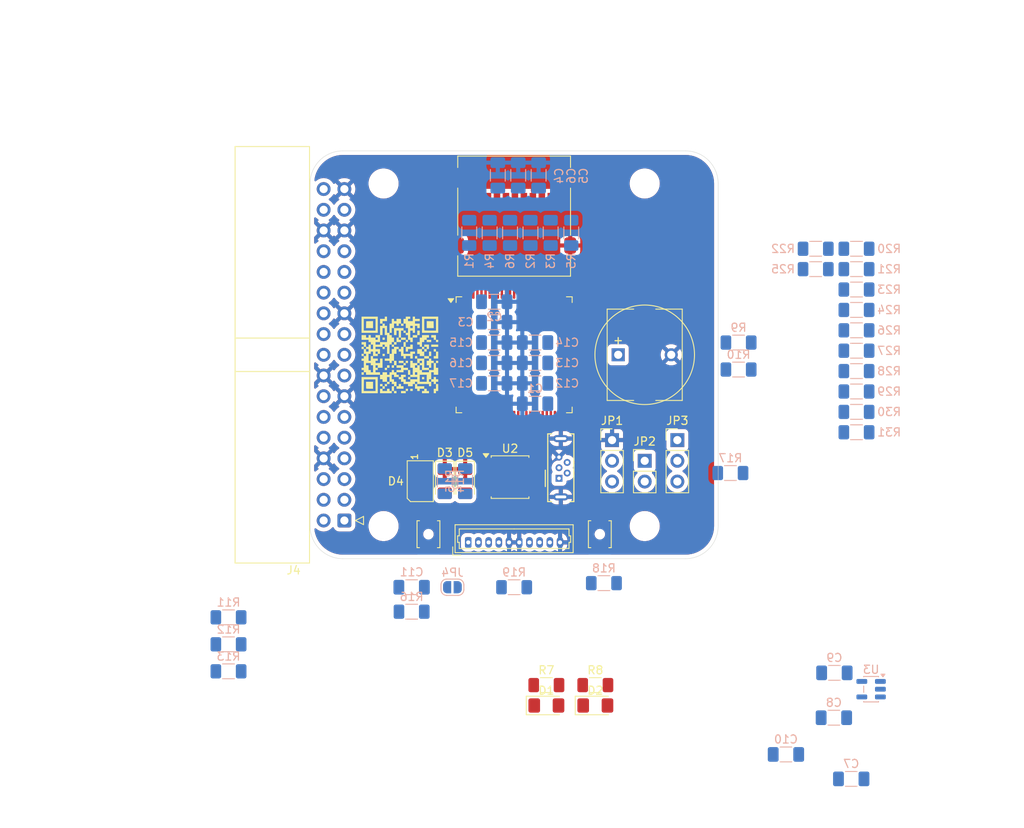
<source format=kicad_pcb>
(kicad_pcb (version 20241229) (generator "pcbnew") (generator_version "9.0")
  (layers (0 "F.Cu" signal) (4 "In1.Cu" power) (6 "In2.Cu" power) (2 "B.Cu" signal) (13 "F.Paste" user) (15 "B.Paste" user) (5 "F.SilkS" user "F.Silkscreen") (7 "B.SilkS" user "B.Silkscreen") (1 "F.Mask" user) (3 "B.Mask" user) (25 "Edge.Cuts" user))
  (net 0 "")
  (net 1 "Net-(J1-VBUS)")
  (net 2 "GND")
  (net 3 "+3.3V")
  (net 4 "Net-(C1-Pad1)")
  (net 5 "/SERIAL_OUT_ACTIVITY")
  (net 6 "Net-(D1-A)")
  (net 7 "Net-(D2-A)")
  (net 8 "/SERIAL_IN_ACTIVITY")
  (net 9 "/USB_D+")
  (net 10 "/USB_D-")
  (net 12 "buzzer")
  (net 13 "RESET")
  (net 14 "sd_data_2")
  (net 15 "/BOOT0")
  (net 16 "Net-(J3-CLK)")
  (net 23 "sd_clock")
  (net 31 "/PWR_BY_USB_EN")
  (net 35 "sd_data_0")
  (net 39 "sd_data_3")
  (net 40 "Net-(J3-DAT1)")
  (net 41 "sd_data_1")
  (net 43 "serial_tx")
  (net 47 "serial_reset")
  (net 48 "serial_rx")
  (net 51 "Net-(J3-DAT2)")
  (net 52 "Net-(J3-CMD)")
  (net 64 "Net-(J3-DAT0)")
  (net 68 "Net-(J3-DAT3{slash}CD)")
  (net 76 "sd_cmd")
  (net 77 "led_channel_red")
  (net 78 "led_channel_green")
  (net 79 "led_channel_blue")
  (net 80 "Net-(R18-Pad1)")
  (net 81 "Net-(BZ1-+)")
  (net 82 "Net-(JP3-A)")
  (net 83 "Net-(JP3-B)")
  (net 84 "Net-(D4-BK)")
  (net 85 "Net-(D4-GK)")
  (net 86 "Net-(D4-RK)")
  (net 87 "/button")
  (net 88 "swclk")
  (net 89 "stlink_tx")
  (net 90 "Net-(D3-A)")
  (net 91 "Net-(D5-A)")
  (net 92 "Net-(R16-Pad1)")
  (net 93 "Net-(JP1-C)")
  (net 94 "stlink_rx")
  (net 95 "swo")
  (net 96 "swdio")
  (net 97 "spi_clock_A")
  (net 98 "uart_tx_A")
  (net 99 "i2c_clock_B")
  (net 100 "spi_ready_A")
  (net 101 "spi_mosi_A")
  (net 102 "i2c_clock_A")
  (net 103 "general_purpose_B")
  (net 104 "uart_rx_A")
  (net 105 "spi_mosi_B")
  (net 106 "spi_ready_B")
  (net 107 "general_purpose_A")
  (net 108 "spi_nss_A")
  (net 109 "i2c_data_B")
  (net 110 "spi_miso_A")
  (net 111 "uart_rx_B")
  (net 112 "spi_nss_B")
  (net 113 "uart_tx_B")
  (net 114 "spi_miso_B")
  (net 115 "i2c_data_A")
  (net 116 "spi_clock_B")
  (footprint "Button_Switch_SMD:SW_SPST_B3U-1000P-B" (layer "F.Cu") (at 160.5 122 -90)
    (property "Reference" "SW2" (hide yes))
    (property "Value" "B3U-1000P-B")
    (pad "" np_thru_hole circle (at 0 0 270) (size 0.8 0.8) (drill 0.8) (layers "*.Cu" "*.Mask"))
    (pad "1" smd rect (at -1.7 0 270) (size 0.9 1.7) (layers "F.Cu" "F.Mask" "F.Paste") (net 87 "/button"))
    (pad "2" smd rect (at 1.7 0 270) (size 0.9 1.7) (layers "F.Cu" "F.Mask" "F.Paste") (net 80 "Net-(R18-Pad1)"))
  )
  (footprint "pcb:IDC-Header_2x17_P2.54mm_Horizontal" (layer "F.Cu") (at 129.1975 120.32 180)
    (property "Reference" "J4" (at 6.215 -6.1 180) (layer "F.SilkS"))
    (property "Value" "Pinout")
    (pad "1" thru_hole roundrect (at 0 0 180) (size 1.7 1.7) (drill 1) (layers "*.Cu" "*.Mask") (roundrect_rratio 0.147059) (net 3 "+3.3V"))
    (pad "2" thru_hole circle (at 2.54 0 180) (size 1.7 1.7) (drill 1) (layers "*.Cu" "*.Mask") (net 3 "+3.3V"))
    (pad "3" thru_hole circle (at 0 2.54 180) (size 1.7 1.7) (drill 1) (layers "*.Cu" "*.Mask") (net 112 "spi_nss_B"))
    (pad "4" thru_hole circle (at 2.54 2.54 180) (size 1.7 1.7) (drill 1) (layers "*.Cu" "*.Mask") (net 98 "uart_tx_A"))
    (pad "5" thru_hole circle (at 0 5.08 180) (size 1.7 1.7) (drill 1) (layers "*.Cu" "*.Mask") (net 116 "spi_clock_B"))
    (pad "6" thru_hole circle (at 2.54 5.08 180) (size 1.7 1.7) (drill 1) (layers "*.Cu" "*.Mask") (net 104 "uart_rx_A"))
    (pad "7" thru_hole circle (at 0 7.62 180) (size 1.7 1.7) (drill 1) (layers "*.Cu" "*.Mask") (net 105 "spi_mosi_B"))
    (pad "8" thru_hole circle (at 2.54 7.62 180) (size 1.7 1.7) (drill 1) (layers "*.Cu" "*.Mask") (net 2 "GND"))
    (pad "9" thru_hole circle (at 0 10.16 180) (size 1.7 1.7) (drill 1) (layers "*.Cu" "*.Mask") (net 114 "spi_miso_B"))
    (pad "10" thru_hole circle (at 2.54 10.16 180) (size 1.7 1.7) (drill 1) (layers "*.Cu" "*.Mask") (net 3 "+3.3V"))
    (pad "11" thru_hole circle (at 0 12.7 180) (size 1.7 1.7) (drill 1) (layers "*.Cu" "*.Mask") (net 106 "spi_ready_B"))
    (pad "12" thru_hole circle (at 2.54 12.7 180) (size 1.7 1.7) (drill 1) (layers "*.Cu" "*.Mask") (net 113 "uart_tx_B"))
    (pad "13" thru_hole circle (at 0 15.24 180) (size 1.7 1.7) (drill 1) (layers "*.Cu" "*.Mask") (net 2 "GND"))
    (pad "14" thru_hole circle (at 2.54 15.24 180) (size 1.7 1.7) (drill 1) (layers "*.Cu" "*.Mask") (net 111 "uart_rx_B"))
    (pad "15" thru_hole circle (at 0 17.78 180) (size 1.7 1.7) (drill 1) (layers "*.Cu" "*.Mask") (net 3 "+3.3V"))
    (pad "16" thru_hole circle (at 2.54 17.78 180) (size 1.7 1.7) (drill 1) (layers "*.Cu" "*.Mask") (net 2 "GND"))
    (pad "17" thru_hole circle (at 0 20.32 180) (size 1.7 1.7) (drill 1) (layers "*.Cu" "*.Mask") (net 102 "i2c_clock_A"))
    (pad "18" thru_hole circle (at 2.54 20.32 180) (size 1.7 1.7) (drill 1) (layers "*.Cu" "*.Mask") (net 3 "+3.3V"))
    (pad "19" thru_hole circle (at 0 22.86 180) (size 1.7 1.7) (drill 1) (layers "*.Cu" "*.Mask") (net 115 "i2c_data_A"))
    (pad "20" thru_hole circle (at 2.54 22.86 180) (size 1.7 1.7) (drill 1) (layers "*.Cu" "*.Mask") (net 108 "spi_nss_A"))
    (pad "21" thru_hole circle (at 0 25.4 180) (size 1.7 1.7) (drill 1) (layers "*.Cu" "*.Mask") (net 2 "GND"))
    (pad "22" thru_hole circle (at 2.54 25.4 180) (size 1.7 1.7) (drill 1) (layers "*.Cu" "*.Mask") (net 97 "spi_clock_A"))
    (pad "23" thru_hole circle (at 0 27.94 180) (size 1.7 1.7) (drill 1) (layers "*.Cu" "*.Mask") (net 3 "+3.3V"))
    (pad "24" thru_hole circle (at 2.54 27.94 180) (size 1.7 1.7) (drill 1) (layers "*.Cu" "*.Mask") (net 101 "spi_mosi_A"))
    (pad "25" thru_hole circle (at 0 30.48 180) (size 1.7 1.7) (drill 1) (layers "*.Cu" "*.Mask") (net 99 "i2c_clock_B"))
    (pad "26" thru_hole circle (at 2.54 30.48 180) (size 1.7 1.7) (drill 1) (layers "*.Cu" "*.Mask") (net 110 "spi_miso_A"))
    (pad "27" thru_hole circle (at 0 33.02 180) (size 1.7 1.7) (drill 1) (layers "*.Cu" "*.Mask") (net 109 "i2c_data_B"))
    (pad "28" thru_hole circle (at 2.54 33.02 180) (size 1.7 1.7) (drill 1) (layers "*.Cu" "*.Mask") (net 100 "spi_ready_A"))
    (pad "29" thru_hole circle (at 0 35.56 180) (size 1.7 1.7) (drill 1) (layers "*.Cu" "*.Mask") (net 2 "GND"))
    (pad "30" thru_hole circle (at 2.54 35.56 180) (size 1.7 1.7) (drill 1) (layers "*.Cu" "*.Mask") (net 2 "GND"))
    (pad "31" thru_hole circle (at 0 38.1 180) (size 1.7 1.7) (drill 1) (layers "*.Cu" "*.Mask") (net 107 "general_purpose_A"))
    (pad "32" thru_hole circle (at 2.54 38.1 180) (size 1.7 1.7) (drill 1) (layers "*.Cu" "*.Mask") (net 103 "general_purpose_B"))
    (pad "33" thru_hole circle (at 0 40.64 180) (size 1.7 1.7) (drill 1) (layers "*.Cu" "*.Mask") (net 2 "GND"))
    (pad "34" thru_hole circle (at 2.54 40.64 180) (size 1.7 1.7) (drill 1) (layers "*.Cu" "*.Mask") (net 3 "+3.3V"))
  )
  (footprint "MountingHole:MountingHole_3.2mm_M3" (layer "F.Cu") (at 166 79)
    (property "Reference" "H3" (hide yes))
    (property "Value" "M3")
    (pad "" np_thru_hole circle (at 0 0) (size 3.2 3.2) (drill 3.2) (layers "*.Cu" "*.Mask"))
  )
  (footprint "Connector_PinHeader_2.54mm:PinHeader_1x02_P2.54mm_Vertical" (layer "F.Cu") (at 166 113)
    (property "Reference" "JP2" (at 0 -2.38 0) (layer "F.SilkS"))
    (property "Value" "Jumper_2_Small_Bridged")
    (pad "1" thru_hole rect (at 0 0) (size 1.7 1.7) (drill 1) (layers "*.Cu" "*.Mask") (net 1 "Net-(J1-VBUS)"))
    (pad "2" thru_hole circle (at 0 2.54) (size 1.7 1.7) (drill 1) (layers "*.Cu" "*.Mask") (net 31 "/PWR_BY_USB_EN"))
  )
  (footprint "LED_SMD:LED_1206_3216Metric_Pad1.42x1.75mm_HandSolder" (layer "F.Cu") (at 141.5 115.5 -90)
    (property "Reference" "D3" (at -3.5 0 0) (layer "F.SilkS"))
    (property "Value" "GREEN")
    (pad "1" smd roundrect (at -1.4875 0 270) (size 1.425 1.75) (layers "F.Cu" "F.Mask" "F.Paste") (roundrect_rratio 0.175439) (net 2 "GND"))
    (pad "2" smd roundrect (at 1.4875 0 270) (size 1.425 1.75) (layers "F.Cu" "F.Mask" "F.Paste") (roundrect_rratio 0.175439) (net 90 "Net-(D3-A)"))
  )
  (footprint "MountingHole:MountingHole_3.2mm_M3" (layer "F.Cu") (at 166 121)
    (property "Reference" "H2" (hide yes))
    (property "Value" "M3")
    (pad "" np_thru_hole circle (at 0 0) (size 3.2 3.2) (drill 3.2) (layers "*.Cu" "*.Mask"))
  )
  (footprint "LED_SMD:LED_1206_3216Metric_Pad1.42x1.75mm_HandSolder" (layer "F.Cu") (at 144 115.5 -90)
    (property "Reference" "D5" (at -3.5 0 0) (layer "F.SilkS"))
    (property "Value" "GREEN")
    (pad "1" smd roundrect (at -1.4875 0 270) (size 1.425 1.75) (layers "F.Cu" "F.Mask" "F.Paste") (roundrect_rratio 0.175439) (net 2 "GND"))
    (pad "2" smd roundrect (at 1.4875 0 270) (size 1.425 1.75) (layers "F.Cu" "F.Mask" "F.Paste") (roundrect_rratio 0.175439) (net 91 "Net-(D5-A)"))
  )
  (footprint "Package_QFP:LQFP-100_14x14mm_P0.5mm" (layer "F.Cu") (at 150 100)
    (property "Reference" "U1" (hide yes))
    (property "Value" "STM32H533VET6")
    (pad "1" smd roundrect (at -7.675 -6) (size 1.6 0.3) (layers "F.Cu" "F.Mask" "F.Paste"))
    (pad "2" smd roundrect (at -7.675 -5.5) (size 1.6 0.3) (layers "F.Cu" "F.Mask" "F.Paste"))
    (pad "3" smd roundrect (at -7.675 -5) (size 1.6 0.3) (layers "F.Cu" "F.Mask" "F.Paste"))
    (pad "4" smd roundrect (at -7.675 -4.5) (size 1.6 0.3) (layers "F.Cu" "F.Mask" "F.Paste") (net 12 "buzzer"))
    (pad "5" smd roundrect (at -7.675 -4) (size 1.6 0.3) (layers "F.Cu" "F.Mask" "F.Paste"))
    (pad "6" smd roundrect (at -7.675 -3.5) (size 1.6 0.3) (layers "F.Cu" "F.Mask" "F.Paste") (net 3 "+3.3V"))
    (pad "7" smd roundrect (at -7.675 -3) (size 1.6 0.3) (layers "F.Cu" "F.Mask" "F.Paste") (net 87 "/button"))
    (pad "8" smd roundrect (at -7.675 -2.5) (size 1.6 0.3) (layers "F.Cu" "F.Mask" "F.Paste"))
    (pad "9" smd roundrect (at -7.675 -2) (size 1.6 0.3) (layers "F.Cu" "F.Mask" "F.Paste"))
    (pad "10" smd roundrect (at -7.675 -1.5) (size 1.6 0.3) (layers "F.Cu" "F.Mask" "F.Paste") (net 2 "GND"))
    (pad "11" smd roundrect (at -7.675 -1) (size 1.6 0.3) (layers "F.Cu" "F.Mask" "F.Paste") (net 3 "+3.3V"))
    (pad "12" smd roundrect (at -7.675 -0.5) (size 1.6 0.3) (layers "F.Cu" "F.Mask" "F.Paste"))
    (pad "13" smd roundrect (at -7.675 0) (size 1.6 0.3) (layers "F.Cu" "F.Mask" "F.Paste"))
    (pad "14" smd roundrect (at -7.675 0.5) (size 1.6 0.3) (layers "F.Cu" "F.Mask" "F.Paste") (net 13 "RESET"))
    (pad "15" smd roundrect (at -7.675 1) (size 1.6 0.3) (layers "F.Cu" "F.Mask" "F.Paste"))
    (pad "16" smd roundrect (at -7.675 1.5) (size 1.6 0.3) (layers "F.Cu" "F.Mask" "F.Paste"))
    (pad "17" smd roundrect (at -7.675 2) (size 1.6 0.3) (layers "F.Cu" "F.Mask" "F.Paste") (net 110 "spi_miso_A"))
    (pad "18" smd roundrect (at -7.675 2.5) (size 1.6 0.3) (layers "F.Cu" "F.Mask" "F.Paste") (net 101 "spi_mosi_A"))
    (pad "19" smd roundrect (at -7.675 3) (size 1.6 0.3) (layers "F.Cu" "F.Mask" "F.Paste") (net 2 "GND"))
    (pad "20" smd roundrect (at -7.675 3.5) (size 1.6 0.3) (layers "F.Cu" "F.Mask" "F.Paste") (net 2 "GND"))
    (pad "21" smd roundrect (at -7.675 4) (size 1.6 0.3) (layers "F.Cu" "F.Mask" "F.Paste") (net 3 "+3.3V"))
    (pad "22" smd roundrect (at -7.675 4.5) (size 1.6 0.3) (layers "F.Cu" "F.Mask" "F.Paste") (net 3 "+3.3V"))
    (pad "23" smd roundrect (at -7.675 5) (size 1.6 0.3) (layers "F.Cu" "F.Mask" "F.Paste"))
    (pad "24" smd roundrect (at -7.675 5.5) (size 1.6 0.3) (layers "F.Cu" "F.Mask" "F.Paste"))
    (pad "25" smd roundrect (at -7.675 6) (size 1.6 0.3) (layers "F.Cu" "F.Mask" "F.Paste") (net 89 "stlink_tx"))
    (pad "26" smd roundrect (at -6 7.675) (size 0.3 1.6) (layers "F.Cu" "F.Mask" "F.Paste") (net 94 "stlink_rx"))
    (pad "27" smd roundrect (at -5.5 7.675) (size 0.3 1.6) (layers "F.Cu" "F.Mask" "F.Paste") (net 2 "GND"))
    (pad "28" smd roundrect (at -5 7.675) (size 0.3 1.6) (layers "F.Cu" "F.Mask" "F.Paste") (net 3 "+3.3V"))
    (pad "29" smd roundrect (at -4.5 7.675) (size 0.3 1.6) (layers "F.Cu" "F.Mask" "F.Paste") (net 77 "led_channel_red"))
    (pad "30" smd roundrect (at -4 7.675) (size 0.3 1.6) (layers "F.Cu" "F.Mask" "F.Paste") (net 78 "led_channel_green"))
    (pad "31" smd roundrect (at -3.5 7.675) (size 0.3 1.6) (layers "F.Cu" "F.Mask" "F.Paste") (net 79 "led_channel_blue"))
    (pad "32" smd roundrect (at -3 7.675) (size 0.3 1.6) (layers "F.Cu" "F.Mask" "F.Paste"))
    (pad "33" smd roundrect (at -2.5 7.675) (size 0.3 1.6) (layers "F.Cu" "F.Mask" "F.Paste"))
    (pad "34" smd roundrect (at -2 7.675) (size 0.3 1.6) (layers "F.Cu" "F.Mask" "F.Paste"))
    (pad "35" smd roundrect (at -1.5 7.675) (size 0.3 1.6) (layers "F.Cu" "F.Mask" "F.Paste") (net 114 "spi_miso_B"))
    (pad "36" smd roundrect (at -1 7.675) (size 0.3 1.6) (layers "F.Cu" "F.Mask" "F.Paste") (net 116 "spi_clock_B"))
    (pad "37" smd roundrect (at -0.5 7.675) (size 0.3 1.6) (layers "F.Cu" "F.Mask" "F.Paste") (net 76 "sd_cmd"))
    (pad "38" smd roundrect (at 0 7.675) (size 0.3 1.6) (layers "F.Cu" "F.Mask" "F.Paste"))
    (pad "39" smd roundrect (at 0.5 7.675) (size 0.3 1.6) (layers "F.Cu" "F.Mask" "F.Paste"))
    (pad "40" smd roundrect (at 1 7.675) (size 0.3 1.6) (layers "F.Cu" "F.Mask" "F.Paste"))
    (pad "41" smd roundrect (at 1.5 7.675) (size 0.3 1.6) (layers "F.Cu" "F.Mask" "F.Paste"))
    (pad "42" smd roundrect (at 2 7.675) (size 0.3 1.6) (layers "F.Cu" "F.Mask" "F.Paste"))
    (pad "43" smd roundrect (at 2.5 7.675) (size 0.3 1.6) (layers "F.Cu" "F.Mask" "F.Paste"))
    (pad "44" smd roundrect (at 3 7.675) (size 0.3 1.6) (layers "F.Cu" "F.Mask" "F.Paste"))
    (pad "45" smd roundrect (at 3.5 7.675) (size 0.3 1.6) (layers "F.Cu" "F.Mask" "F.Paste"))
    (pad "46" smd roundrect (at 4 7.675) (size 0.3 1.6) (layers "F.Cu" "F.Mask" "F.Paste"))
    (pad "47" smd roundrect (at 4.5 7.675) (size 0.3 1.6) (layers "F.Cu" "F.Mask" "F.Paste") (net 97 "spi_clock_A"))
    (pad "48" smd roundrect (at 5 7.675) (size 0.3 1.6) (layers "F.Cu" "F.Mask" "F.Paste") (net 4 "Net-(C1-Pad1)"))
    (pad "49" smd roundrect (at 5.5 7.675) (size 0.3 1.6) (layers "F.Cu" "F.Mask" "F.Paste") (net 2 "GND"))
    (pad "50" smd roundrect (at 6 7.675) (size 0.3 1.6) (layers "F.Cu" "F.Mask" "F.Paste") (net 3 "+3.3V"))
    (pad "51" smd roundrect (at 7.675 6) (size 1.6 0.3) (layers "F.Cu" "F.Mask" "F.Paste") (net 108 "spi_nss_A"))
    (pad "52" smd roundrect (at 7.675 5.5) (size 1.6 0.3) (layers "F.Cu" "F.Mask" "F.Paste") (net 35 "sd_data_0"))
    (pad "53" smd roundrect (at 7.675 5) (size 1.6 0.3) (layers "F.Cu" "F.Mask" "F.Paste") (net 98 "uart_tx_A"))
    (pad "54" smd roundrect (at 7.675 4.5) (size 1.6 0.3) (layers "F.Cu" "F.Mask" "F.Paste") (net 104 "uart_rx_A"))
    (pad "55" smd roundrect (at 7.675 4) (size 1.6 0.3) (layers "F.Cu" "F.Mask" "F.Paste") (net 113 "uart_tx_B"))
    (pad "56" smd roundrect (at 7.675 3.5) (size 1.6 0.3) (layers "F.Cu" "F.Mask" "F.Paste") (net 111 "uart_rx_B"))
    (pad "57" smd roundrect (at 7.675 3) (size 1.6 0.3) (layers "F.Cu" "F.Mask" "F.Paste") (net 47 "serial_reset"))
    (pad "58" smd roundrect (at 7.675 2.5) (size 1.6 0.3) (layers "F.Cu" "F.Mask" "F.Paste") (net 48 "serial_rx"))
    (pad "59" smd roundrect (at 7.675 2) (size 1.6 0.3) (layers "F.Cu" "F.Mask" "F.Paste") (net 43 "serial_tx"))
    (pad "60" smd roundrect (at 7.675 1.5) (size 1.6 0.3) (layers "F.Cu" "F.Mask" "F.Paste"))
    (pad "61" smd roundrect (at 7.675 1) (size 1.6 0.3) (layers "F.Cu" "F.Mask" "F.Paste"))
    (pad "62" smd roundrect (at 7.675 0.5) (size 1.6 0.3) (layers "F.Cu" "F.Mask" "F.Paste"))
    (pad "63" smd roundrect (at 7.675 0) (size 1.6 0.3) (layers "F.Cu" "F.Mask" "F.Paste"))
    (pad "64" smd roundrect (at 7.675 -0.5) (size 1.6 0.3) (layers "F.Cu" "F.Mask" "F.Paste"))
    (pad "65" smd roundrect (at 7.675 -1) (size 1.6 0.3) (layers "F.Cu" "F.Mask" "F.Paste"))
    (pad "66" smd roundrect (at 7.675 -1.5) (size 1.6 0.3) (layers "F.Cu" "F.Mask" "F.Paste") (net 41 "sd_data_1"))
    (pad "67" smd roundrect (at 7.675 -2) (size 1.6 0.3) (layers "F.Cu" "F.Mask" "F.Paste"))
    (pad "68" smd roundrect (at 7.675 -2.5) (size 1.6 0.3) (layers "F.Cu" "F.Mask" "F.Paste"))
    (pad "69" smd roundrect (at 7.675 -3) (size 1.6 0.3) (layers "F.Cu" "F.Mask" "F.Paste"))
    (pad "70" smd roundrect (at 7.675 -3.5) (size 1.6 0.3) (layers "F.Cu" "F.Mask" "F.Paste"))
    (pad "71" smd roundrect (at 7.675 -4) (size 1.6 0.3) (layers "F.Cu" "F.Mask" "F.Paste"))
    (pad "72" smd roundrect (at 7.675 -4.5) (size 1.6 0.3) (layers "F.Cu" "F.Mask" "F.Paste") (net 96 "swdio"))
    (pad "73" smd roundrect (at 7.675 -5) (size 1.6 0.3) (layers "F.Cu" "F.Mask" "F.Paste") (net 3 "+3.3V"))
    (pad "74" smd roundrect (at 7.675 -5.5) (size 1.6 0.3) (layers "F.Cu" "F.Mask" "F.Paste") (net 2 "GND"))
    (pad "75" smd roundrect (at 7.675 -6) (size 1.6 0.3) (layers "F.Cu" "F.Mask" "F.Paste") (net 3 "+3.3V"))
    (pad "76" smd roundrect (at 6 -7.675) (size 0.3 1.6) (layers "F.Cu" "F.Mask" "F.Paste") (net 88 "swclk"))
    (pad "77" smd roundrect (at 5.5 -7.675) (size 0.3 1.6) (layers "F.Cu" "F.Mask" "F.Paste"))
    (pad "78" smd roundrect (at 5 -7.675) (size 0.3 1.6) (layers "F.Cu" "F.Mask" "F.Paste") (net 14 "sd_data_2"))
    (pad "79" smd roundrect (at 4.5 -7.675) (size 0.3 1.6) (layers "F.Cu" "F.Mask" "F.Paste") (net 39 "sd_data_3"))
    (pad "80" smd roundrect (at 4 -7.675) (size 0.3 1.6) (layers "F.Cu" "F.Mask" "F.Paste") (net 23 "sd_clock"))
    (pad "81" smd roundrect (at 3.5 -7.675) (size 0.3 1.6) (layers "F.Cu" "F.Mask" "F.Paste") (net 107 "general_purpose_A"))
    (pad "82" smd roundrect (at 3 -7.675) (size 0.3 1.6) (layers "F.Cu" "F.Mask" "F.Paste") (net 103 "general_purpose_B"))
    (pad "83" smd roundrect (at 2.5 -7.675) (size 0.3 1.6) (layers "F.Cu" "F.Mask" "F.Paste"))
    (pad "84" smd roundrect (at 2 -7.675) (size 0.3 1.6) (layers "F.Cu" "F.Mask" "F.Paste"))
    (pad "85" smd roundrect (at 1.5 -7.675) (size 0.3 1.6) (layers "F.Cu" "F.Mask" "F.Paste"))
    (pad "86" smd roundrect (at 1 -7.675) (size 0.3 1.6) (layers "F.Cu" "F.Mask" "F.Paste") (net 100 "spi_ready_A"))
    (pad "87" smd roundrect (at 0.5 -7.675) (size 0.3 1.6) (layers "F.Cu" "F.Mask" "F.Paste") (net 99 "i2c_clock_B"))
    (pad "88" smd roundrect (at 0 -7.675) (size 0.3 1.6) (layers "F.Cu" "F.Mask" "F.Paste") (net 109 "i2c_data_B"))
    (pad "89" smd roundrect (at -0.5 -7.675) (size 0.3 1.6) (layers "F.Cu" "F.Mask" "F.Paste") (net 95 "swo"))
    (pad "90" smd roundrect (at -1 -7.675) (size 0.3 1.6) (layers "F.Cu" "F.Mask" "F.Paste"))
    (pad "91" smd roundrect (at -1.5 -7.675) (size 0.3 1.6) (layers "F.Cu" "F.Mask" "F.Paste") (net 105 "spi_mosi_B"))
    (pad "92" smd roundrect (at -2 -7.675) (size 0.3 1.6) (layers "F.Cu" "F.Mask" "F.Paste") (net 102 "i2c_clock_A"))
    (pad "93" smd roundrect (at -2.5 -7.675) (size 0.3 1.6) (layers "F.Cu" "F.Mask" "F.Paste") (net 115 "i2c_data_A"))
    (pad "94" smd roundrect (at -3 -7.675) (size 0.3 1.6) (layers "F.Cu" "F.Mask" "F.Paste") (net 15 "/BOOT0"))
    (pad "95" smd roundrect (at -3.5 -7.675) (size 0.3 1.6) (layers "F.Cu" "F.Mask" "F.Paste") (net 112 "spi_nss_B"))
    (pad "96" smd roundrect (at -4 -7.675) (size 0.3 1.6) (layers "F.Cu" "F.Mask" "F.Paste"))
    (pad "97" smd roundrect (at -4.5 -7.675) (size 0.3 1.6) (layers "F.Cu" "F.Mask" "F.Paste") (net 106 "spi_ready_B"))
    (pad "98" smd roundrect (at -5 -7.675) (size 0.3 1.6) (layers "F.Cu" "F.Mask" "F.Paste") (net 4 "Net-(C1-Pad1)"))
    (pad "99" smd roundrect (at -5.5 -7.675) (size 0.3 1.6) (layers "F.Cu" "F.Mask" "F.Paste") (net 2 "GND"))
    (pad "100" smd roundrect (at -6 -7.675) (size 0.3 1.6) (layers "F.Cu" "F.Mask" "F.Paste") (net 3 "+3.3V"))
  )
  (footprint "Buzzer_Beeper:MagneticBuzzer_ProSignal_ABT-410-RC" (layer "F.Cu") (at 162.75 100)
    (property "Reference" "BZ2" (hide yes))
    (property "Value" "WT-1205")
    (fp_text user "+" (at 0 -1.8 0) (layer "F.SilkS"))
    (pad "1" thru_hole rect (at 0 0) (size 1.6 1.6) (drill 1) (layers "*.Cu" "*.Mask") (net 81 "Net-(BZ1-+)"))
    (pad "2" thru_hole circle (at 6.5 0) (size 1.6 1.6) (drill 1) (layers "*.Cu" "*.Mask") (net 2 "GND"))
  )
  (footprint "MountingHole:MountingHole_3.2mm_M3" (layer "F.Cu") (at 134 121)
    (property "Reference" "H1" (hide yes))
    (property "Value" "M3")
    (pad "" np_thru_hole circle (at 0 0) (size 3.2 3.2) (drill 3.2) (layers "*.Cu" "*.Mask"))
  )
  (footprint "LOGO" (layer "F.Cu") (at 136 100)
    (property "Reference" "G***" (hide yes))
    (property "Value" "LOGO" (hide yes))
  )
  (footprint "LED_SMD:LED_1206_3216Metric_Pad1.42x1.75mm_HandSolder" (layer "F.Cu") (at 153.95 143)
    (property "Reference" "D1" (at 0 -1.83 0) (layer "F.SilkS"))
    (property "Value" "RED")
    (pad "1" smd roundrect (at -1.4875 0) (size 1.425 1.75) (layers "F.Cu" "F.Mask" "F.Paste") (roundrect_rratio 0.175439) (net 5 "/SERIAL_OUT_ACTIVITY"))
    (pad "2" smd roundrect (at 1.4875 0) (size 1.425 1.75) (layers "F.Cu" "F.Mask" "F.Paste") (roundrect_rratio 0.175439) (net 6 "Net-(D1-A)"))
  )
  (footprint "pcb:microSD_HC_Molex_47219-2001" (layer "F.Cu") (at 150 83)
    (property "Reference" "J3" (hide yes))
    (property "Value" "Micro_SD_Card")
    (pad "1" smd rect (at -3.205 -2.1) (size 0.8 1.5) (layers "F.Cu" "F.Mask" "F.Paste") (net 51 "Net-(J3-DAT2)"))
    (pad "2" smd rect (at -2.105 -2.1) (size 0.8 1.5) (layers "F.Cu" "F.Mask" "F.Paste") (net 68 "Net-(J3-DAT3{slash}CD)"))
    (pad "3" smd rect (at -1.005 -2.1) (size 0.8 1.5) (layers "F.Cu" "F.Mask" "F.Paste") (net 52 "Net-(J3-CMD)"))
    (pad "4" smd rect (at 0.095 -2.1) (size 0.8 1.5) (layers "F.Cu" "F.Mask" "F.Paste") (net 3 "+3.3V"))
    (pad "5" smd rect (at 1.195 -2.1) (size 0.8 1.5) (layers "F.Cu" "F.Mask" "F.Paste") (net 16 "Net-(J3-CLK)"))
    (pad "6" smd rect (at 2.295 -2.1) (size 0.8 1.5) (layers "F.Cu" "F.Mask" "F.Paste") (net 2 "GND"))
    (pad "7" smd rect (at 3.395 -2.1) (size 0.8 1.5) (layers "F.Cu" "F.Mask" "F.Paste") (net 64 "Net-(J3-DAT0)"))
    (pad "8" smd rect (at 4.495 -2.1) (size 0.8 1.5) (layers "F.Cu" "F.Mask" "F.Paste") (net 40 "Net-(J3-DAT1)"))
    (pad "9" smd roundrect (at -6.875 -4.7) (size 1.45 2) (layers "F.Cu" "F.Mask" "F.Paste") (net 2 "GND"))
    (pad "9" smd roundrect (at -6.875 3.6) (size 1.45 2) (layers "F.Cu" "F.Mask" "F.Paste") (net 2 "GND"))
    (pad "9" smd roundrect (at 6.875 -4.7) (size 1.45 2) (layers "F.Cu" "F.Mask" "F.Paste") (net 2 "GND"))
    (pad "9" smd roundrect (at 6.875 3.6) (size 1.45 2) (layers "F.Cu" "F.Mask" "F.Paste") (net 2 "GND"))
  )
  (footprint "pcb:USB_Micro-B_Wuerth_614105150721_Vertical" (layer "F.Cu") (at 155.5 115.15 90)
    (property "Reference" "J1" (hide yes))
    (property "Value" "614105150721")
    (pad "1" thru_hole rect (at 0 0 90) (size 0.84 0.84) (drill 0.44) (layers "*.Cu" "*.Mask") (net 1 "Net-(J1-VBUS)"))
    (pad "2" thru_hole circle (at 0.65 1 90) (size 0.84 0.84) (drill 0.44) (layers "*.Cu" "*.Mask") (net 10 "/USB_D-"))
    (pad "3" thru_hole circle (at 1.3 0 90) (size 0.84 0.84) (drill 0.44) (layers "*.Cu" "*.Mask") (net 9 "/USB_D+"))
    (pad "4" thru_hole circle (at 1.95 1 90) (size 0.84 0.84) (drill 0.44) (layers "*.Cu" "*.Mask"))
    (pad "5" thru_hole circle (at 2.6 0 90) (size 0.84 0.84) (drill 0.44) (layers "*.Cu" "*.Mask") (net 2 "GND"))
    (pad "6" thru_hole oval (at -2.275 0.22 90) (size 0.85 1.85) (drill oval 0.35 1.35) (layers "*.Cu" "*.Mask") (net 2 "GND"))
    (pad "6" thru_hole oval (at 4.875 0.22 90) (size 0.85 1.85) (drill oval 0.35 1.35) (layers "*.Cu" "*.Mask") (net 2 "GND"))
  )
  (footprint "Package_SO:TSSOP-14_4.4x5mm_P0.65mm" (layer "F.Cu") (at 149.5 115)
    (property "Reference" "U2" (at 0 -3.5 180) (layer "F.SilkS"))
    (property "Value" "MCP2221A-I/ST")
    (pad "1" smd roundrect (at -2.8625 -1.95) (size 1.475 0.4) (layers "F.Cu" "F.Mask" "F.Paste") (net 3 "+3.3V"))
    (pad "2" smd roundrect (at -2.8625 -1.3) (size 1.475 0.4) (layers "F.Cu" "F.Mask" "F.Paste") (net 5 "/SERIAL_OUT_ACTIVITY"))
    (pad "3" smd roundrect (at -2.8625 -0.65) (size 1.475 0.4) (layers "F.Cu" "F.Mask" "F.Paste") (net 8 "/SERIAL_IN_ACTIVITY"))
    (pad "4" smd roundrect (at -2.8625 0) (size 1.475 0.4) (layers "F.Cu" "F.Mask" "F.Paste") (net 47 "serial_reset"))
    (pad "5" smd roundrect (at -2.8625 0.65) (size 1.475 0.4) (layers "F.Cu" "F.Mask" "F.Paste") (net 43 "serial_tx"))
    (pad "6" smd roundrect (at -2.8625 1.3) (size 1.475 0.4) (layers "F.Cu" "F.Mask" "F.Paste") (net 48 "serial_rx"))
    (pad "7" smd roundrect (at -2.8625 1.95) (size 1.475 0.4) (layers "F.Cu" "F.Mask" "F.Paste"))
    (pad "8" smd roundrect (at 2.8625 1.95) (size 1.475 0.4) (layers "F.Cu" "F.Mask" "F.Paste"))
    (pad "9" smd roundrect (at 2.8625 1.3) (size 1.475 0.4) (layers "F.Cu" "F.Mask" "F.Paste"))
    (pad "10" smd roundrect (at 2.8625 0.65) (size 1.475 0.4) (layers "F.Cu" "F.Mask" "F.Paste"))
    (pad "11" smd roundrect (at 2.8625 0) (size 1.475 0.4) (layers "F.Cu" "F.Mask" "F.Paste") (net 3 "+3.3V"))
    (pad "12" smd roundrect (at 2.8625 -0.65) (size 1.475 0.4) (layers "F.Cu" "F.Mask" "F.Paste") (net 10 "/USB_D-"))
    (pad "13" smd roundrect (at 2.8625 -1.3) (size 1.475 0.4) (layers "F.Cu" "F.Mask" "F.Paste") (net 9 "/USB_D+"))
    (pad "14" smd roundrect (at 2.8625 -1.95) (size 1.475 0.4) (layers "F.Cu" "F.Mask" "F.Paste") (net 2 "GND"))
  )
  (footprint "MountingHole:MountingHole_3.2mm_M3" (layer "F.Cu") (at 134 79)
    (property "Reference" "H4" (hide yes))
    (property "Value" "M3")
    (pad "" np_thru_hole circle (at 0 0) (size 3.2 3.2) (drill 3.2) (layers "*.Cu" "*.Mask"))
  )
  (footprint "Button_Switch_SMD:SW_SPST_B3U-1000P-B" (layer "F.Cu") (at 139.5 122 -90)
    (property "Reference" "SW1" (hide yes))
    (property "Value" "B3U-1000P-B")
    (pad "" np_thru_hole circle (at 0 0 270) (size 0.8 0.8) (drill 0.8) (layers "*.Cu" "*.Mask"))
    (pad "1" smd rect (at -1.7 0 270) (size 0.9 1.7) (layers "F.Cu" "F.Mask" "F.Paste") (net 13 "RESET"))
    (pad "2" smd rect (at 1.7 0 270) (size 0.9 1.7) (layers "F.Cu" "F.Mask" "F.Paste") (net 92 "Net-(R16-Pad1)"))
  )
  (footprint "Resistor_SMD:R_1206_3216Metric_Pad1.30x1.75mm_HandSolder" (layer "F.Cu") (at 153.95 140.5)
    (property "Reference" "R7" (at 0 -1.83 0) (layer "F.SilkS"))
    (property "Value" "2K")
    (pad "1" smd roundrect (at -1.55 0) (size 1.3 1.75) (layers "F.Cu" "F.Mask" "F.Paste") (roundrect_rratio 0.192308) (net 3 "+3.3V"))
    (pad "2" smd roundrect (at 1.55 0) (size 1.3 1.75) (layers "F.Cu" "F.Mask" "F.Paste") (roundrect_rratio 0.192308) (net 6 "Net-(D1-A)"))
  )
  (footprint "pcb:MainFlightComputerHousing" (layer "F.Cu") (at 150 100)
    (property "Reference" "N1" (hide yes))
    (property "Value" "Housing" (hide yes))
  )
  (footprint "Resistor_SMD:R_1206_3216Metric_Pad1.30x1.75mm_HandSolder" (layer "F.Cu") (at 159.95 140.5)
    (property "Reference" "R8" (at 0 -1.83 0) (layer "F.SilkS"))
    (property "Value" "2K")
    (pad "1" smd roundrect (at -1.55 0) (size 1.3 1.75) (layers "F.Cu" "F.Mask" "F.Paste") (roundrect_rratio 0.192308) (net 7 "Net-(D2-A)"))
    (pad "2" smd roundrect (at 1.55 0) (size 1.3 1.75) (layers "F.Cu" "F.Mask" "F.Paste") (roundrect_rratio 0.192308) (net 3 "+3.3V"))
  )
  (footprint "Connector_PinHeader_2.54mm:PinHeader_1x03_P2.54mm_Vertical" (layer "F.Cu") (at 170 110.46)
    (property "Reference" "JP3" (at 0 -2.38 0) (layer "F.SilkS"))
    (property "Value" "Jumper_3_Bridged12")
    (pad "1" thru_hole rect (at 0 0) (size 1.7 1.7) (drill 1) (layers "*.Cu" "*.Mask") (net 82 "Net-(JP3-A)"))
    (pad "2" thru_hole circle (at 0 2.54) (size 1.7 1.7) (drill 1) (layers "*.Cu" "*.Mask") (net 12 "buzzer"))
    (pad "3" thru_hole circle (at 0 5.08) (size 1.7 1.7) (drill 1) (layers "*.Cu" "*.Mask") (net 83 "Net-(JP3-B)"))
  )
  (footprint "LED_SMD:LED_RGB_Wuerth-PLCC4_3.2x2.8mm_150141M173100" (layer "F.Cu") (at 138.5 115.5 90)
    (property "Reference" "D4" (at 0 -3 180) (layer "F.SilkS"))
    (property "Value" "150141M173100")
    (fp_text user "1" (at 3 -0.7 90) (layer "F.SilkS") (effects (font (size 0.8 0.8))))
    (pad "1" smd rect (at 1.55 -0.7 90) (size 1.5 0.9) (layers "F.Cu" "F.Mask" "F.Paste") (net 3 "+3.3V"))
    (pad "2" smd rect (at 1.55 0.7 90) (size 1.5 0.9) (layers "F.Cu" "F.Mask" "F.Paste") (net 84 "Net-(D4-BK)"))
    (pad "3" smd rect (at -1.55 -0.7 90) (size 1.5 0.9) (layers "F.Cu" "F.Mask" "F.Paste") (net 86 "Net-(D4-RK)"))
    (pad "4" smd rect (at -1.55 0.7 90) (size 1.5 0.9) (layers "F.Cu" "F.Mask" "F.Paste") (net 85 "Net-(D4-GK)"))
  )
  (footprint "pcb:Molex_PicoBlade_53047-1010_1x10_P1.25mm_Vertical" (layer "F.Cu") (at 144.375 123)
    (property "Reference" "J5" (hide yes))
    (property "Value" "Debug")
    (pad "1" thru_hole roundrect (at 0 0) (size 0.8 1.3) (drill 0.5) (layers "*.Cu" "*.Mask") (net 3 "+3.3V"))
    (pad "2" thru_hole oval (at 1.25 0) (size 0.8 1.3) (drill 0.5) (layers "*.Cu" "*.Mask") (net 13 "RESET"))
    (pad "3" thru_hole oval (at 2.5 0) (size 0.8 1.3) (drill 0.5) (layers "*.Cu" "*.Mask") (net 89 "stlink_tx"))
    (pad "4" thru_hole oval (at 3.75 0) (size 0.8 1.3) (drill 0.5) (layers "*.Cu" "*.Mask") (net 94 "stlink_rx"))
    (pad "5" thru_hole oval (at 5 0) (size 0.8 1.3) (drill 0.5) (layers "*.Cu" "*.Mask") (net 2 "GND"))
    (pad "6" thru_hole oval (at 6.25 0) (size 0.8 1.3) (drill 0.5) (layers "*.Cu" "*.Mask") (net 2 "GND"))
    (pad "7" thru_hole oval (at 7.5 0) (size 0.8 1.3) (drill 0.5) (layers "*.Cu" "*.Mask") (net 88 "swclk"))
    (pad "8" thru_hole oval (at 8.75 0) (size 0.8 1.3) (drill 0.5) (layers "*.Cu" "*.Mask") (net 96 "swdio"))
    (pad "9" thru_hole oval (at 10 0) (size 0.8 1.3) (drill 0.5) (layers "*.Cu" "*.Mask") (net 95 "swo"))
    (pad "10" thru_hole oval (at 11.25 0) (size 0.8 1.3) (drill 0.5) (layers "*.Cu" "*.Mask") (net 2 "GND"))
  )
  (footprint "Buzzer_Beeper:Buzzer_Mallory_AST1109MLTRQ" (layer "F.Cu") (at 166 100 90)
    (property "Reference" "BZ1" (hide yes))
    (property "Value" "AST1109MLTRQ")
    (pad "1" smd rect (at -6.6 0 90) (size 2.2 2.2) (layers "F.Cu" "F.Mask" "F.Paste") (net 81 "Net-(BZ1-+)"))
    (pad "2" smd rect (at 6.6 0 90) (size 2.2 2.2) (layers "F.Cu" "F.Mask" "F.Paste") (net 2 "GND"))
  )
  (footprint "LED_SMD:LED_1206_3216Metric_Pad1.42x1.75mm_HandSolder" (layer "F.Cu") (at 159.95 143)
    (property "Reference" "D2" (at 0 -1.83 0) (layer "F.SilkS"))
    (property "Value" "GREEN")
    (pad "1" smd roundrect (at -1.4875 0) (size 1.425 1.75) (layers "F.Cu" "F.Mask" "F.Paste") (roundrect_rratio 0.175439) (net 8 "/SERIAL_IN_ACTIVITY"))
    (pad "2" smd roundrect (at 1.4875 0) (size 1.425 1.75) (layers "F.Cu" "F.Mask" "F.Paste") (roundrect_rratio 0.175439) (net 7 "Net-(D2-A)"))
  )
  (footprint "Connector_PinHeader_2.54mm:PinHeader_1x03_P2.54mm_Vertical" (layer "F.Cu") (at 162 110.46)
    (property "Reference" "JP1" (at 0 -2.38 0) (layer "F.SilkS"))
    (property "Value" "Jumper_3_Bridged12")
    (pad "1" thru_hole rect (at 0 0) (size 1.7 1.7) (drill 1) (layers "*.Cu" "*.Mask") (net 2 "GND"))
    (pad "2" thru_hole circle (at 0 2.54) (size 1.7 1.7) (drill 1) (layers "*.Cu" "*.Mask") (net 93 "Net-(JP1-C)"))
    (pad "3" thru_hole circle (at 0 5.08) (size 1.7 1.7) (drill 1) (layers "*.Cu" "*.Mask") (net 3 "+3.3V"))
  )
  (footprint "Capacitor_SMD:C_1206_3216Metric_Pad1.33x1.80mm_HandSolder" (layer "B.Cu") (at 152.5625 101 180)
    (property "Reference" "C13" (at -3.9375 0 0) (layer "B.SilkS") (effects (justify mirror)))
    (property "Value" "100n")
    (pad "1" smd roundrect (at -1.5625 0 180) (size 1.325 1.8) (layers "B.Cu" "B.Mask" "B.Paste") (roundrect_rratio 0.188679) (net 3 "+3.3V"))
    (pad "2" smd roundrect (at 1.5625 0 180) (size 1.325 1.8) (layers "B.Cu" "B.Mask" "B.Paste") (roundrect_rratio 0.188679) (net 2 "GND"))
  )
  (footprint "Resistor_SMD:R_1206_3216Metric_Pad1.30x1.75mm_HandSolder" (layer "B.Cu") (at 191.95 87 180)
    (property "Reference" "R20" (at -4 0 0) (layer "B.SilkS") (effects (justify mirror)))
    (property "Value" "10K")
    (pad "1" smd roundrect (at -1.55 0 180) (size 1.3 1.75) (layers "B.Cu" "B.Mask" "B.Paste") (roundrect_rratio 0.192308) (net 108 "spi_nss_A"))
    (pad "2" smd roundrect (at 1.55 0 180) (size 1.3 1.75) (layers "B.Cu" "B.Mask" "B.Paste") (roundrect_rratio 0.192308) (net 3 "+3.3V"))
  )
  (footprint "Resistor_SMD:R_1206_3216Metric_Pad1.30x1.75mm_HandSolder" (layer "B.Cu") (at 115 132.19 180)
    (property "Reference" "R11" (at 0 1.83 0) (layer "B.SilkS") (effects (justify mirror)))
    (property "Value" "2K")
    (pad "1" smd roundrect (at -1.55 0 180) (size 1.3 1.75) (layers "B.Cu" "B.Mask" "B.Paste") (roundrect_rratio 0.192308) (net 86 "Net-(D4-RK)"))
    (pad "2" smd roundrect (at 1.55 0 180) (size 1.3 1.75) (layers "B.Cu" "B.Mask" "B.Paste") (roundrect_rratio 0.192308) (net 77 "led_channel_red"))
  )
  (footprint "Capacitor_SMD:C_1206_3216Metric_Pad1.33x1.80mm_HandSolder" (layer "B.Cu") (at 147.5625 101)
    (property "Reference" "C16" (at -4.0625 0 0) (layer "B.SilkS") (effects (justify mirror)))
    (property "Value" "100n")
    (pad "1" smd roundrect (at -1.5625 0) (size 1.325 1.8) (layers "B.Cu" "B.Mask" "B.Paste") (roundrect_rratio 0.188679) (net 3 "+3.3V"))
    (pad "2" smd roundrect (at 1.5625 0) (size 1.325 1.8) (layers "B.Cu" "B.Mask" "B.Paste") (roundrect_rratio 0.188679) (net 2 "GND"))
  )
  (footprint "Resistor_SMD:R_1206_3216Metric_Pad1.30x1.75mm_HandSolder" (layer "B.Cu") (at 150 128.5 180)
    (property "Reference" "R19" (at 0 1.83 0) (layer "B.SilkS") (effects (justify mirror)))
    (property "Value" "10K")
    (pad "1" smd roundrect (at -1.55 0 180) (size 1.3 1.75) (layers "B.Cu" "B.Mask" "B.Paste") (roundrect_rratio 0.192308) (net 3 "+3.3V"))
    (pad "2" smd roundrect (at 1.55 0 180) (size 1.3 1.75) (layers "B.Cu" "B.Mask" "B.Paste") (roundrect_rratio 0.192308) (net 47 "serial_reset"))
  )
  (footprint "Resistor_SMD:R_1206_3216Metric_Pad1.30x1.75mm_HandSolder" (layer "B.Cu") (at 186.95 87 180)
    (property "Reference" "R22" (at 4 0 0) (layer "B.SilkS") (effects (justify mirror)))
    (property "Value" "10K")
    (pad "1" smd roundrect (at -1.55 0 180) (size 1.3 1.75) (layers "B.Cu" "B.Mask" "B.Paste") (roundrect_rratio 0.192308) (net 100 "spi_ready_A"))
    (pad "2" smd roundrect (at 1.55 0 180) (size 1.3 1.75) (layers "B.Cu" "B.Mask" "B.Paste") (roundrect_rratio 0.192308) (net 2 "GND"))
  )
  (footprint "Capacitor_SMD:C_1206_3216Metric_Pad1.33x1.80mm_HandSolder" (layer "B.Cu") (at 152.5625 103.5 180)
    (property "Reference" "C12" (at -3.9375 0 0) (layer "B.SilkS") (effects (justify mirror)))
    (property "Value" "100n")
    (pad "1" smd roundrect (at -1.5625 0 180) (size 1.325 1.8) (layers "B.Cu" "B.Mask" "B.Paste") (roundrect_rratio 0.188679) (net 3 "+3.3V"))
    (pad "2" smd roundrect (at 1.5625 0 180) (size 1.325 1.8) (layers "B.Cu" "B.Mask" "B.Paste") (roundrect_rratio 0.188679) (net 2 "GND"))
  )
  (footprint "Capacitor_SMD:C_1206_3216Metric_Pad1.33x1.80mm_HandSolder" (layer "B.Cu") (at 153 78 90)
    (property "Reference" "C5" (at -0.0625 5.5 90) (layer "B.SilkS") (effects (justify mirror)))
    (property "Value" "100n")
    (pad "1" smd roundrect (at -1.5625 0 90) (size 1.325 1.8) (layers "B.Cu" "B.Mask" "B.Paste") (roundrect_rratio 0.188679) (net 3 "+3.3V"))
    (pad "2" smd roundrect (at 1.5625 0 90) (size 1.325 1.8) (layers "B.Cu" "B.Mask" "B.Paste") (roundrect_rratio 0.188679) (net 2 "GND"))
  )
  (footprint "Capacitor_SMD:C_1206_3216Metric_Pad1.33x1.80mm_HandSolder" (layer "B.Cu") (at 137.4375 128.5 180)
    (property "Reference" "C11" (at 0 1.85 0) (layer "B.SilkS") (effects (justify mirror)))
    (property "Value" "100n")
    (pad "1" smd roundrect (at -1.5625 0 180) (size 1.325 1.8) (layers "B.Cu" "B.Mask" "B.Paste") (roundrect_rratio 0.188679) (net 13 "RESET"))
    (pad "2" smd roundrect (at 1.5625 0 180) (size 1.325 1.8) (layers "B.Cu" "B.Mask" "B.Paste") (roundrect_rratio 0.188679) (net 2 "GND"))
  )
  (footprint "Jumper:SolderJumper-2_P1.3mm_Open_RoundedPad1.0x1.5mm" (layer "B.Cu") (at 142.4375 128.5 180)
    (property "Reference" "JP4" (at 0 1.8 0) (layer "B.SilkS") (effects (justify mirror)))
    (property "Value" "SolderJumper_2_Open")
    (pad "1" smd custom (at -0.65 0 180) (size 1 0.5) (layers "B.Cu" "B.Mask") (net 13 "RESET") (options (clearance outline) (anchor rect)) (primitives (gr_circle (center 0 -0.25) (end 0.5 -0.25) (width 0) (fill yes)) (gr_circle (center 0 0.25) (end 0.5 0.25) (width 0) (fill yes)) (gr_poly (pts (xy 0.5 -0.75) (xy 0 -0.75) (xy 0 0.75) (xy 0.5 0.75)) (width 0) (fill yes))))
    (pad "2" smd custom (at 0.65 0 180) (size 1 0.5) (layers "B.Cu" "B.Mask") (net 3 "+3.3V") (options (clearance outline) (anchor rect)) (primitives (gr_circle (center 0 -0.25) (end 0.5 -0.25) (width 0) (fill yes)) (gr_circle (center 0 0.25) (end 0.5 0.25) (width 0) (fill yes)) (gr_poly (pts (xy 0 -0.75) (xy -0.5 -0.75) (xy -0.5 0.75) (xy 0 0.75)) (width 0) (fill yes))))
  )
  (footprint "Capacitor_SMD:C_1206_3216Metric_Pad1.33x1.80mm_HandSolder" (layer "B.Cu") (at 147.5625 98.5)
    (property "Reference" "C15" (at -4.0625 0 0) (layer "B.SilkS") (effects (justify mirror)))
    (property "Value" "100n")
    (pad "1" smd roundrect (at -1.5625 0) (size 1.325 1.8) (layers "B.Cu" "B.Mask" "B.Paste") (roundrect_rratio 0.188679) (net 3 "+3.3V"))
    (pad "2" smd roundrect (at 1.5625 0) (size 1.325 1.8) (layers "B.Cu" "B.Mask" "B.Paste") (roundrect_rratio 0.188679) (net 2 "GND"))
  )
  (footprint "Resistor_SMD:R_1206_3216Metric_Pad1.30x1.75mm_HandSolder" (layer "B.Cu") (at 144.5 85.05 90)
    (property "Reference" "R1" (at -3.45 0 90) (layer "B.SilkS") (effects (justify mirror)))
    (property "Value" "R_Small")
    (pad "1" smd roundrect (at -1.55 0 90) (size 1.3 1.75) (layers "B.Cu" "B.Mask" "B.Paste") (roundrect_rratio 0.192308) (net 14 "sd_data_2"))
    (pad "2" smd roundrect (at 1.55 0 90) (size 1.3 1.75) (layers "B.Cu" "B.Mask" "B.Paste") (roundrect_rratio 0.192308) (net 51 "Net-(J3-DAT2)"))
  )
  (footprint "Resistor_SMD:R_1206_3216Metric_Pad1.30x1.75mm_HandSolder" (layer "B.Cu") (at 177.5 101.81 180)
    (property "Reference" "R10" (at 0 1.83 0) (layer "B.SilkS") (effects (justify mirror)))
    (property "Value" "50")
    (pad "1" smd roundrect (at -1.55 0 180) (size 1.3 1.75) (layers "B.Cu" "B.Mask" "B.Paste") (roundrect_rratio 0.192308) (net 83 "Net-(JP3-B)"))
    (pad "2" smd roundrect (at 1.55 0 180) (size 1.3 1.75) (layers "B.Cu" "B.Mask" "B.Paste") (roundrect_rratio 0.192308) (net 81 "Net-(BZ1-+)"))
  )
  (footprint "Capacitor_SMD:C_1206_3216Metric_Pad1.33x1.80mm_HandSolder" (layer "B.Cu") (at 152.5625 98.5 180)
    (property "Reference" "C14" (at -3.9375 0 0) (layer "B.SilkS") (effects (justify mirror)))
    (property "Value" "100n")
    (pad "1" smd roundrect (at -1.5625 0 180) (size 1.325 1.8) (layers "B.Cu" "B.Mask" "B.Paste") (roundrect_rratio 0.188679) (net 3 "+3.3V"))
    (pad "2" smd roundrect (at 1.5625 0 180) (size 1.325 1.8) (layers "B.Cu" "B.Mask" "B.Paste") (roundrect_rratio 0.188679) (net 2 "GND"))
  )
  (footprint "Capacitor_SMD:C_1206_3216Metric_Pad1.33x1.80mm_HandSolder" (layer "B.Cu") (at 147.5625 103.5)
    (property "Reference" "C17" (at -4.0625 0 0) (layer "B.SilkS") (effects (justify mirror)))
    (property "Value" "4u7")
    (pad "1" smd roundrect (at -1.5625 0) (size 1.325 1.8) (layers "B.Cu" "B.Mask" "B.Paste") (roundrect_rratio 0.188679) (net 3 "+3.3V"))
    (pad "2" smd roundrect (at 1.5625 0) (size 1.325 1.8) (layers "B.Cu" "B.Mask" "B.Paste") (roundrect_rratio 0.188679) (net 2 "GND"))
  )
  (footprint "Resistor_SMD:R_1206_3216Metric_Pad1.30x1.75mm_HandSolder" (layer "B.Cu") (at 176.5 114.5 180)
    (property "Reference" "R17" (at 0 1.83 0) (layer "B.SilkS") (effects (justify mirror)))
    (property "Value" "10K")
    (pad "1" smd roundrect (at -1.55 0 180) (size 1.3 1.75) (layers "B.Cu" "B.Mask" "B.Paste") (roundrect_rratio 0.192308) (net 93 "Net-(JP1-C)"))
    (pad "2" smd roundrect (at 1.55 0 180) (size 1.3 1.75) (layers "B.Cu" "B.Mask" "B.Paste") (roundrect_rratio 0.192308) (net 15 "/BOOT0"))
  )
  (footprint "Resistor_SMD:R_1206_3216Metric_Pad1.30x1.75mm_HandSolder" (layer "B.Cu") (at 191.95 109.5 180)
    (property "Reference" "R31" (at -4 0 0) (layer "B.SilkS") (effects (justify mirror)))
    (property "Value" "10K")
    (pad "1" smd roundrect (at -1.55 0 180) (size 1.3 1.75) (layers "B.Cu" "B.Mask" "B.Paste") (roundrect_rratio 0.192308) (net 111 "uart_rx_B"))
    (pad "2" smd roundrect (at 1.55 0 180) (size 1.3 1.75) (layers "B.Cu" "B.Mask" "B.Paste") (roundrect_rratio 0.192308) (net 3 "+3.3V"))
  )
  (footprint "Resistor_SMD:R_1206_3216Metric_Pad1.30x1.75mm_HandSolder" (layer "B.Cu") (at 191.95 104.5 180)
    (property "Reference" "R29" (at -4 0 0) (layer "B.SilkS") (effects (justify mirror)))
    (property "Value" "10K")
    (pad "1" smd roundrect (at -1.55 0 180) (size 1.3 1.75) (layers "B.Cu" "B.Mask" "B.Paste") (roundrect_rratio 0.192308) (net 109 "i2c_data_B"))
    (pad "2" smd roundrect (at 1.55 0 180) (size 1.3 1.75) (layers "B.Cu" "B.Mask" "B.Paste") (roundrect_rratio 0.192308) (net 3 "+3.3V"))
  )
  (footprint "Capacitor_SMD:C_1206_3216Metric_Pad1.33x1.80mm_HandSolder" (layer "B.Cu") (at 147.5625 96)
    (property "Reference" "C3" (at -3.5 0 0) (layer "B.SilkS") (effects (justify mirror)))
    (property "Value" "100n")
    (pad "1" smd roundrect (at -1.5625 0) (size 1.325 1.8) (layers "B.Cu" "B.Mask" "B.Paste") (roundrect_rratio 0.188679) (net 3 "+3.3V"))
    (pad "2" smd roundrect (at 1.5625 0) (size 1.325 1.8) (layers "B.Cu" "B.Mask" "B.Paste") (roundrect_rratio 0.188679) (net 2 "GND"))
  )
  (footprint "Resistor_SMD:R_1206_3216Metric_Pad1.30x1.75mm_HandSolder" (layer "B.Cu") (at 186.95 89.5 180)
    (property "Reference" "R25" (at 4 0 0) (layer "B.SilkS") (effects (justify mirror)))
    (property "Value" "10K")
    (pad "1" smd roundrect (at -1.55 0 180) (size 1.3 1.75) (layers "B.Cu" "B.Mask" "B.Paste") (roundrect_rratio 0.192308) (net 106 "spi_ready_B"))
    (pad "2" smd roundrect (at 1.55 0 180) (size 1.3 1.75) (layers "B.Cu" "B.Mask" "B.Paste") (roundrect_rratio 0.192308) (net 2 "GND"))
  )
  (footprint "Capacitor_SMD:C_1206_3216Metric_Pad1.33x1.80mm_HandSolder" (layer "B.Cu") (at 150.5 78 90)
    (property "Reference" "C6" (at -0.0625 6.5 90) (layer "B.SilkS") (effects (justify mirror)))
    (property "Value" "10n")
    (pad "1" smd roundrect (at -1.5625 0 90) (size 1.325 1.8) (layers "B.Cu" "B.Mask" "B.Paste") (roundrect_rratio 0.188679) (net 3 "+3.3V"))
    (pad "2" smd roundrect (at 1.5625 0 90) (size 1.325 1.8) (layers "B.Cu" "B.Mask" "B.Paste") (roundrect_rratio 0.188679) (net 2 "GND"))
  )
  (footprint "Resistor_SMD:R_1206_3216Metric_Pad1.30x1.75mm_HandSolder" (layer "B.Cu") (at 147 85.05 90)
    (property "Reference" "R4" (at -3.45 0 90) (layer "B.SilkS") (effects (justify mirror)))
    (property "Value" "R_Small")
    (pad "1" smd roundrect (at -1.55 0 90) (size 1.3 1.75) (layers "B.Cu" "B.Mask" "B.Paste") (roundrect_rratio 0.192308) (net 39 "sd_data_3"))
    (pad "2" smd roundrect (at 1.55 0 90) (size 1.3 1.75) (layers "B.Cu" "B.Mask" "B.Paste") (roundrect_rratio 0.192308) (net 68 "Net-(J3-DAT3{slash}CD)"))
  )
  (footprint "Resistor_SMD:R_1206_3216Metric_Pad1.30x1.75mm_HandSolder" (layer "B.Cu") (at 152 85.05 90)
    (property "Reference" "R2" (at -3.45 0 90) (layer "B.SilkS") (effects (justify mirror)))
    (property "Value" "R_Small")
    (pad "1" smd roundrect (at -1.55 0 90) (size 1.3 1.75) (layers "B.Cu" "B.Mask" "B.Paste") (roundrect_rratio 0.192308) (net 23 "sd_clock"))
    (pad "2" smd roundrect (at 1.55 0 90) (size 1.3 1.75) (layers "B.Cu" "B.Mask" "B.Paste") (roundrect_rratio 0.192308) (net 16 "Net-(J3-CLK)"))
  )
  (footprint "Resistor_SMD:R_1206_3216Metric_Pad1.30x1.75mm_HandSolder" (layer "B.Cu") (at 157 85.05 90)
    (property "Reference" "R5" (at -3.45 0 90) (layer "B.SilkS") (effects (justify mirror)))
    (property "Value" "R_Small")
    (pad "1" smd roundrect (at -1.55 0 90) (size 1.3 1.75) (layers "B.Cu" "B.Mask" "B.Paste") (roundrect_rratio 0.192308) (net 41 "sd_data_1"))
    (pad "2" smd roundrect (at 1.55 0 90) (size 1.3 1.75) (layers "B.Cu" "B.Mask" "B.Paste") (roundrect_rratio 0.192308) (net 40 "Net-(J3-DAT1)"))
  )
  (footprint "Resistor_SMD:R_1206_3216Metric_Pad1.30x1.75mm_HandSolder" (layer "B.Cu") (at 149.5 85.05 90)
    (property "Reference" "R6" (at -3.45 0 90) (layer "B.SilkS") (effects (justify mirror)))
    (property "Value" "R_Small")
    (pad "1" smd roundrect (at -1.55 0 90) (size 1.3 1.75) (layers "B.Cu" "B.Mask" "B.Paste") (roundrect_rratio 0.192308) (net 76 "sd_cmd"))
    (pad "2" smd roundrect (at 1.55 0 90) (size 1.3 1.75) (layers "B.Cu" "B.Mask" "B.Paste") (roundrect_rratio 0.192308) (net 52 "Net-(J3-CMD)"))
  )
  (footprint "Capacitor_SMD:C_1206_3216Metric_Pad1.33x1.80mm_HandSolder" (layer "B.Cu") (at 183.305 149 180)
    (property "Reference" "C10" (at 0 1.85 0) (layer "B.SilkS") (effects (justify mirror)))
    (property "Value" "100n")
    (pad "1" smd roundrect (at -1.5625 0 180) (size 1.325 1.8) (layers "B.Cu" "B.Mask" "B.Paste") (roundrect_rratio 0.188679) (net 3 "+3.3V"))
    (pad "2" smd roundrect (at 1.5625 0 180) (size 1.325 1.8) (layers "B.Cu" "B.Mask" "B.Paste") (roundrect_rratio 0.188679) (net 2 "GND"))
  )
  (footprint "Resistor_SMD:R_1206_3216Metric_Pad1.30x1.75mm_HandSolder" (layer "B.Cu") (at 191.95 102 180)
    (property "Reference" "R28" (at -4 0 0) (layer "B.SilkS") (effects (justify mirror)))
    (property "Value" "10K")
    (pad "1" smd roundrect (at -1.55 0 180) (size 1.3 1.75) (layers "B.Cu" "B.Mask" "B.Paste") (roundrect_rratio 0.192308) (net 99 "i2c_clock_B"))
    (pad "2" smd roundrect (at 1.55 0 180) (size 1.3 1.75) (layers "B.Cu" "B.Mask" "B.Paste") (roundrect_rratio 0.192308) (net 3 "+3.3V"))
  )
  (footprint "Resistor_SMD:R_1206_3216Metric_Pad1.30x1.75mm_HandSolder" (layer "B.Cu") (at 115 138.81 180)
    (property "Reference" "R13" (at 0 1.83 0) (layer "B.SilkS") (effects (justify mirror)))
    (property "Value" "2K")
    (pad "1" smd roundrect (at -1.55 0 180) (size 1.3 1.75) (layers "B.Cu" "B.Mask" "B.Paste") (roundrect_rratio 0.192308) (net 84 "Net-(D4-BK)"))
    (pad "2" smd roundrect (at 1.55 0 180) (size 1.3 1.75) (layers "B.Cu" "B.Mask" "B.Paste") (roundrect_rratio 0.192308) (net 79 "led_channel_blue"))
  )
  (footprint "Resistor_SMD:R_1206_3216Metric_Pad1.30x1.75mm_HandSolder" (layer "B.Cu") (at 161 128 180)
    (property "Reference" "R18" (at 0 1.83 0) (layer "B.SilkS") (effects (justify mirror)))
    (property "Value" "1K")
    (pad "1" smd roundrect (at -1.55 0 180) (size 1.3 1.75) (layers "B.Cu" "B.Mask" "B.Paste") (roundrect_rratio 0.192308) (net 80 "Net-(R18-Pad1)"))
    (pad "2" smd roundrect (at 1.55 0 180) (size 1.3 1.75) (layers "B.Cu" "B.Mask" "B.Paste") (roundrect_rratio 0.192308) (net 2 "GND"))
  )
  (footprint "Capacitor_SMD:C_1206_3216Metric_Pad1.33x1.80mm_HandSolder" (layer "B.Cu") (at 152.5625 106 180)
    (property "Reference" "C1" (at 0 1.85 0) (layer "B.SilkS") (effects (justify mirror)))
    (property "Value" "2u2")
    (pad "1" smd roundrect (at -1.5625 0 180) (size 1.325 1.8) (layers "B.Cu" "B.Mask" "B.Paste") (roundrect_rratio 0.188679) (net 4 "Net-(C1-Pad1)"))
    (pad "2" smd roundrect (at 1.5625 0 180) (size 1.325 1.8) (layers "B.Cu" "B.Mask" "B.Paste") (roundrect_rratio 0.188679) (net 2 "GND"))
  )
  (footprint "Package_TO_SOT_SMD:SOT-23-5" (layer "B.Cu") (at 193.7425 141 180)
    (property "Reference" "U3" (at 0 2.4 0) (layer "B.SilkS") (effects (justify mirror)))
    (property "Value" "AP2112K-3.3")
    (pad "1" smd roundrect (at -1.1375 0.95 180) (size 1.325 0.6) (layers "B.Cu" "B.Mask" "B.Paste") (net 1 "Net-(J1-VBUS)"))
    (pad "2" smd roundrect (at -1.1375 0 180) (size 1.325 0.6) (layers "B.Cu" "B.Mask" "B.Paste") (net 2 "GND"))
    (pad "3" smd roundrect (at -1.1375 -0.95 180) (size 1.325 0.6) (layers "B.Cu" "B.Mask" "B.Paste") (net 31 "/PWR_BY_USB_EN"))
    (pad "4" smd roundrect (at 1.1375 -0.95 180) (size 1.325 0.6) (layers "B.Cu" "B.Mask" "B.Paste"))
    (pad "5" smd roundrect (at 1.1375 0.95 180) (size 1.325 0.6) (layers "B.Cu" "B.Mask" "B.Paste") (net 3 "+3.3V"))
  )
  (footprint "Resistor_SMD:R_1206_3216Metric_Pad1.30x1.75mm_HandSolder" (layer "B.Cu") (at 191.95 89.5 180)
    (property "Reference" "R21" (at -4 0 0) (layer "B.SilkS") (effects (justify mirror)))
    (property "Value" "10K")
    (pad "1" smd roundrect (at -1.55 0 180) (size 1.3 1.75) (layers "B.Cu" "B.Mask" "B.Paste") (roundrect_rratio 0.192308) (net 110 "spi_miso_A"))
    (pad "2" smd roundrect (at 1.55 0 180) (size 1.3 1.75) (layers "B.Cu" "B.Mask" "B.Paste") (roundrect_rratio 0.192308) (net 3 "+3.3V"))
  )
  (footprint "Resistor_SMD:R_1206_3216Metric_Pad1.30x1.75mm_HandSolder" (layer "B.Cu") (at 144 115.5 -90)
    (property "Reference" "R15" (at 0 1.83 90) (layer "B.SilkS") (effects (justify mirror)))
    (property "Value" "4K")
    (pad "1" smd roundrect (at -1.55 0 270) (size 1.3 1.75) (layers "B.Cu" "B.Mask" "B.Paste") (roundrect_rratio 0.192308) (net 1 "Net-(J1-VBUS)"))
    (pad "2" smd roundrect (at 1.55 0 270) (size 1.3 1.75) (layers "B.Cu" "B.Mask" "B.Paste") (roundrect_rratio 0.192308) (net 91 "Net-(D5-A)"))
  )
  (footprint "Resistor_SMD:R_1206_3216Metric_Pad1.30x1.75mm_HandSolder" (layer "B.Cu") (at 115 135.5 180)
    (property "Reference" "R12" (at 0 1.83 0) (layer "B.SilkS") (effects (justify mirror)))
    (property "Value" "2K")
    (pad "1" smd roundrect (at -1.55 0 180) (size 1.3 1.75) (layers "B.Cu" "B.Mask" "B.Paste") (roundrect_rratio 0.192308) (net 85 "Net-(D4-GK)"))
    (pad "2" smd roundrect (at 1.55 0 180) (size 1.3 1.75) (layers "B.Cu" "B.Mask" "B.Paste") (roundrect_rratio 0.192308) (net 78 "led_channel_green"))
  )
  (footprint "Resistor_SMD:R_1206_3216Metric_Pad1.30x1.75mm_HandSolder" (layer "B.Cu") (at 177.5 98.5 180)
    (property "Reference" "R9" (at 0 1.83 0) (layer "B.SilkS") (effects (justify mirror)))
    (property "Value" "100")
    (pad "1" smd roundrect (at -1.55 0 180) (size 1.3 1.75) (layers "B.Cu" "B.Mask" "B.Paste") (roundrect_rratio 0.192308) (net 82 "Net-(JP3-A)"))
    (pad "2" smd roundrect (at 1.55 0 180) (size 1.3 1.75) (layers "B.Cu" "B.Mask" "B.Paste") (roundrect_rratio 0.192308) (net 81 "Net-(BZ1-+)"))
  )
  (footprint "Resistor_SMD:R_1206_3216Metric_Pad1.30x1.75mm_HandSolder" (layer "B.Cu") (at 191.95 107 180)
    (property "Reference" "R30" (at -4 0 0) (layer "B.SilkS") (effects (justify mirror)))
    (property "Value" "10K")
    (pad "1" smd roundrect (at -1.55 0 180) (size 1.3 1.75) (layers "B.Cu" "B.Mask" "B.Paste") (roundrect_rratio 0.192308) (net 104 "uart_rx_A"))
    (pad "2" smd roundrect (at 1.55 0 180) (size 1.3 1.75) (layers "B.Cu" "B.Mask" "B.Paste") (roundrect_rratio 0.192308) (net 3 "+3.3V"))
  )
  (footprint "Resistor_SMD:R_1206_3216Metric_Pad1.30x1.75mm_HandSolder" (layer "B.Cu") (at 191.95 92 180)
    (property "Reference" "R23" (at -4 0 0) (layer "B.SilkS") (effects (justify mirror)))
    (property "Value" "10K")
    (pad "1" smd roundrect (at -1.55 0 180) (size 1.3 1.75) (layers "B.Cu" "B.Mask" "B.Paste") (roundrect_rratio 0.192308) (net 112 "spi_nss_B"))
    (pad "2" smd roundrect (at 1.55 0 180) (size 1.3 1.75) (layers "B.Cu" "B.Mask" "B.Paste") (roundrect_rratio 0.192308) (net 3 "+3.3V"))
  )
  (footprint "Resistor_SMD:R_1206_3216Metric_Pad1.30x1.75mm_HandSolder" (layer "B.Cu") (at 141.5 115.5 90)
    (property "Reference" "R14" (at 0 1.83 90) (layer "B.SilkS") (effects (justify mirror)))
    (property "Value" "4K")
    (pad "1" smd roundrect (at -1.55 0 90) (size 1.3 1.75) (layers "B.Cu" "B.Mask" "B.Paste") (roundrect_rratio 0.192308) (net 3 "+3.3V"))
    (pad "2" smd roundrect (at 1.55 0 90) (size 1.3 1.75) (layers "B.Cu" "B.Mask" "B.Paste") (roundrect_rratio 0.192308) (net 90 "Net-(D3-A)"))
  )
  (footprint "Resistor_SMD:R_1206_3216Metric_Pad1.30x1.75mm_HandSolder" (layer "B.Cu") (at 191.95 99.5 180)
    (property "Reference" "R27" (at -4 0 0) (layer "B.SilkS") (effects (justify mirror)))
    (property "Value" "10K")
    (pad "1" smd roundrect (at -1.55 0 180) (size 1.3 1.75) (layers "B.Cu" "B.Mask" "B.Paste") (roundrect_rratio 0.192308) (net 115 "i2c_data_A"))
    (pad "2" smd roundrect (at 1.55 0 180) (size 1.3 1.75) (layers "B.Cu" "B.Mask" "B.Paste") (roundrect_rratio 0.192308) (net 3 "+3.3V"))
  )
  (footprint "Capacitor_SMD:C_1206_3216Metric_Pad1.33x1.80mm_HandSolder" (layer "B.Cu") (at 148 78 90)
    (property "Reference" "C4" (at -0.0625 7.5 90) (layer "B.SilkS") (effects (justify mirror)))
    (property "Value" "1u")
    (pad "1" smd roundrect (at -1.5625 0 90) (size 1.325 1.8) (layers "B.Cu" "B.Mask" "B.Paste") (roundrect_rratio 0.188679) (net 3 "+3.3V"))
    (pad "2" smd roundrect (at 1.5625 0 90) (size 1.325 1.8) (layers "B.Cu" "B.Mask" "B.Paste") (roundrect_rratio 0.188679) (net 2 "GND"))
  )
  (footprint "Capacitor_SMD:C_1206_3216Metric_Pad1.33x1.80mm_HandSolder" (layer "B.Cu") (at 189.2425 139 180)
    (property "Reference" "C9" (at 0 1.85 0) (layer "B.SilkS") (effects (justify mirror)))
    (property "Value" "1u")
    (pad "1" smd roundrect (at -1.5625 0 180) (size 1.325 1.8) (layers "B.Cu" "B.Mask" "B.Paste") (roundrect_rratio 0.188679) (net 3 "+3.3V"))
    (pad "2" smd roundrect (at 1.5625 0 180) (size 1.325 1.8) (layers "B.Cu" "B.Mask" "B.Paste") (roundrect_rratio 0.188679) (net 2 "GND"))
  )
  (footprint "Capacitor_SMD:C_1206_3216Metric_Pad1.33x1.80mm_HandSolder" (layer "B.Cu") (at 191.305 152 180)
    (property "Reference" "C7" (at 0 1.85 0) (layer "B.SilkS") (effects (justify mirror)))
    (property "Value" "10u")
    (pad "1" smd roundrect (at -1.5625 0 180) (size 1.325 1.8) (layers "B.Cu" "B.Mask" "B.Paste") (roundrect_rratio 0.188679) (net 1 "Net-(J1-VBUS)"))
    (pad "2" smd roundrect (at 1.5625 0 180) (size 1.325 1.8) (layers "B.Cu" "B.Mask" "B.Paste") (roundrect_rratio 0.188679) (net 2 "GND"))
  )
  (footprint "Resistor_SMD:R_1206_3216Metric_Pad1.30x1.75mm_HandSolder" (layer "B.Cu") (at 154.47675 85.05 90)
    (property "Reference" "R3" (at -3.45 0 90) (layer "B.SilkS") (effects (justify mirror)))
    (property "Value" "R_Small")
    (pad "1" smd roundrect (at -1.55 0 90) (size 1.3 1.75) (layers "B.Cu" "B.Mask" "B.Paste") (roundrect_rratio 0.192308) (net 35 "sd_data_0"))
    (pad "2" smd roundrect (at 1.55 0 90) (size 1.3 1.75) (layers "B.Cu" "B.Mask" "B.Paste") (roundrect_rratio 0.192308) (net 64 "Net-(J3-DAT0)"))
  )
  (footprint "Resistor_SMD:R_1206_3216Metric_Pad1.30x1.75mm_HandSolder" (layer "B.Cu") (at 137.4375 131.5 180)
    (property "Reference" "R16" (at 0 1.83 0) (layer "B.SilkS") (effects (justify mirror)))
    (property "Value" "1K")
    (pad "1" smd roundrect (at -1.55 0 180) (size 1.3 1.75) (layers "B.Cu" "B.Mask" "B.Paste") (roundrect_rratio 0.192308) (net 92 "Net-(R16-Pad1)"))
    (pad "2" smd roundrect (at 1.55 0 180) (size 1.3 1.75) (layers "B.Cu" "B.Mask" "B.Paste") (roundrect_rratio 0.192308) (net 2 "GND"))
  )
  (footprint "Capacitor_SMD:C_1206_3216Metric_Pad1.33x1.80mm_HandSolder" (layer "B.Cu") (at 189.18 144.5 180)
    (property "Reference" "C8" (at 0 1.85 0) (layer "B.SilkS") (effects (justify mirror)))
    (property "Value" "1u")
    (pad "1" smd roundrect (at -1.5625 0 180) (size 1.325 1.8) (layers "B.Cu" "B.Mask" "B.Paste") (roundrect_rratio 0.188679) (net 1 "Net-(J1-VBUS)"))
    (pad "2" smd roundrect (at 1.5625 0 180) (size 1.325 1.8) (layers "B.Cu" "B.Mask" "B.Paste") (roundrect_rratio 0.188679) (net 2 "GND"))
  )
  (footprint "Resistor_SMD:R_1206_3216Metric_Pad1.30x1.75mm_HandSolder" (layer "B.Cu") (at 191.95 94.5 180)
    (property "Reference" "R24" (at -4 0 0) (layer "B.SilkS") (effects (justify mirror)))
    (property "Value" "10K")
    (pad "1" smd roundrect (at -1.55 0 180) (size 1.3 1.75) (layers "B.Cu" "B.Mask" "B.Paste") (roundrect_rratio 0.192308) (net 114 "spi_miso_B"))
    (pad "2" smd roundrect (at 1.55 0 180) (size 1.3 1.75) (layers "B.Cu" "B.Mask" "B.Paste") (roundrect_rratio 0.192308) (net 3 "+3.3V"))
  )
  (footprint "Capacitor_SMD:C_1206_3216Metric_Pad1.33x1.80mm_HandSolder" (layer "B.Cu") (at 147.5625 93.5)
    (property "Reference" "C2" (at 0 1.85 0) (layer "B.SilkS") (effects (justify mirror)))
    (property "Value" "2u2")
    (pad "1" smd roundrect (at -1.5625 0) (size 1.325 1.8) (layers "B.Cu" "B.Mask" "B.Paste") (roundrect_rratio 0.188679) (net 4 "Net-(C1-Pad1)"))
    (pad "2" smd roundrect (at 1.5625 0) (size 1.325 1.8) (layers "B.Cu" "B.Mask" "B.Paste") (roundrect_rratio 0.188679) (net 2 "GND"))
  )
  (footprint "Resistor_SMD:R_1206_3216Metric_Pad1.30x1.75mm_HandSolder" (layer "B.Cu") (at 191.95 97 180)
    (property "Reference" "R26" (at -4 0 0) (layer "B.SilkS") (effects (justify mirror)))
    (property "Value" "10K")
    (pad "1" smd roundrect (at -1.55 0 180) (size 1.3 1.75) (layers "B.Cu" "B.Mask" "B.Paste") (roundrect_rratio 0.192308) (net 102 "i2c_clock_A"))
    (pad "2" smd roundrect (at 1.55 0 180) (size 1.3 1.75) (layers "B.Cu" "B.Mask" "B.Paste") (roundrect_rratio 0.192308) (net 3 "+3.3V"))
  )
  (gr_line (start 171 125) (end 129 125) (stroke (width 0.05)) (layer "Edge.Cuts"))
  (gr_arc (start 171 75) (mid 173.828427 76.171573) (end 175 79) (stroke (width 0.05)) (layer "Edge.Cuts"))
  (gr_arc (start 125 79) (mid 126.171573 76.171573) (end 129 75) (stroke (width 0.05)) (layer "Edge.Cuts"))
  (gr_line (start 129 75) (end 171 75) (stroke (width 0.05)) (layer "Edge.Cuts"))
  (gr_line (start 175 79) (end 175 121) (stroke (width 0.05)) (layer "Edge.Cuts"))
  (gr_arc (start 175 121) (mid 173.828427 123.828427) (end 171 125) (stroke (width 0.05)) (layer "Edge.Cuts"))
  (gr_arc (start 129 125) (mid 126.171573 123.828427) (end 125 121) (stroke (width 0.05)) (layer "Edge.Cuts"))
  (gr_line (start 125 121) (end 125 79) (stroke (width 0.05)) (layer "Edge.Cuts"))
  (zone (net 2) (net_name "GND") (layers "F.Cu" "B.Cu" "In1.Cu" "In2.Cu") (connect_pads (clearance 0.5)) (min_thickness 0.25) (fill yes (thermal_gap 0.5) (thermal_bridge_width 0.5))
    (polygon (pts (xy 87 56.5) (xy 212.5 56.5) (xy 212.5 158) (xy 87 158)))
  )
)
</source>
